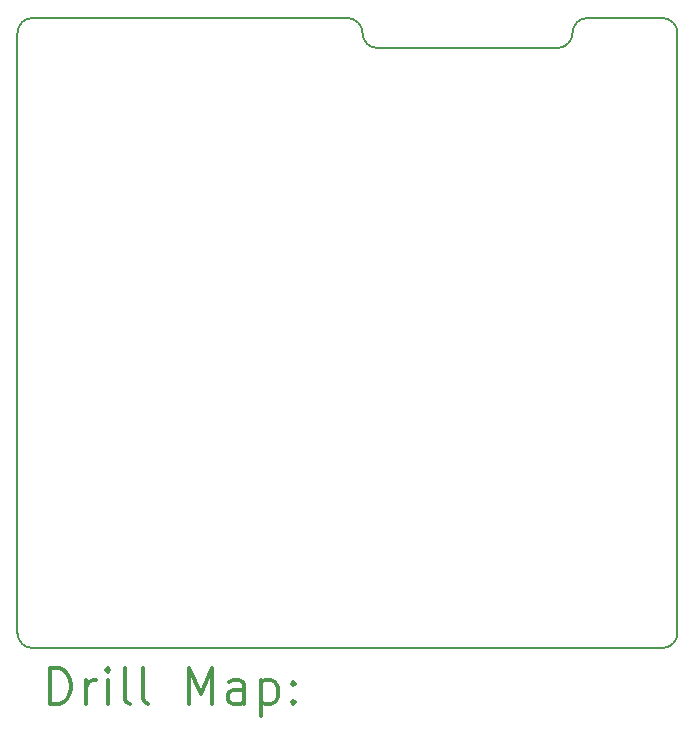
<source format=gbr>
%FSLAX45Y45*%
G04 Gerber Fmt 4.5, Leading zero omitted, Abs format (unit mm)*
G04 Created by KiCad (PCBNEW (5.0.2)-1) date 20.03.2019 19:27:39*
%MOMM*%
%LPD*%
G01*
G04 APERTURE LIST*
%ADD10C,0.150000*%
%ADD11C,0.200000*%
%ADD12C,0.300000*%
G04 APERTURE END LIST*
D10*
X17272000Y-5080000D02*
X17907000Y-5080000D01*
X17145000Y-5207000D02*
G75*
G02X17272000Y-5080000I127000J0D01*
G01*
X15240000Y-5080000D02*
G75*
G02X15367000Y-5207000I0J-127000D01*
G01*
X15494000Y-5334000D02*
G75*
G02X15367000Y-5207000I0J127000D01*
G01*
X17145000Y-5207000D02*
G75*
G02X17018000Y-5334000I-127000J0D01*
G01*
X15494000Y-5334000D02*
X17018000Y-5334000D01*
X18034000Y-10287000D02*
G75*
G02X17907000Y-10414000I-127000J0D01*
G01*
X12573000Y-10414000D02*
G75*
G02X12446000Y-10287000I0J127000D01*
G01*
X12446000Y-5207000D02*
G75*
G02X12573000Y-5080000I127000J0D01*
G01*
X17907000Y-5080000D02*
G75*
G02X18034000Y-5207000I0J-127000D01*
G01*
X15240000Y-5080000D02*
X12573000Y-5080000D01*
X18034000Y-10287000D02*
X18034000Y-5207000D01*
X12573000Y-10414000D02*
X17907000Y-10414000D01*
X12446000Y-5207000D02*
X12446000Y-10287000D01*
D11*
D12*
X12724928Y-10887214D02*
X12724928Y-10587214D01*
X12796357Y-10587214D01*
X12839214Y-10601500D01*
X12867786Y-10630072D01*
X12882071Y-10658643D01*
X12896357Y-10715786D01*
X12896357Y-10758643D01*
X12882071Y-10815786D01*
X12867786Y-10844357D01*
X12839214Y-10872929D01*
X12796357Y-10887214D01*
X12724928Y-10887214D01*
X13024928Y-10887214D02*
X13024928Y-10687214D01*
X13024928Y-10744357D02*
X13039214Y-10715786D01*
X13053500Y-10701500D01*
X13082071Y-10687214D01*
X13110643Y-10687214D01*
X13210643Y-10887214D02*
X13210643Y-10687214D01*
X13210643Y-10587214D02*
X13196357Y-10601500D01*
X13210643Y-10615786D01*
X13224928Y-10601500D01*
X13210643Y-10587214D01*
X13210643Y-10615786D01*
X13396357Y-10887214D02*
X13367786Y-10872929D01*
X13353500Y-10844357D01*
X13353500Y-10587214D01*
X13553500Y-10887214D02*
X13524928Y-10872929D01*
X13510643Y-10844357D01*
X13510643Y-10587214D01*
X13896357Y-10887214D02*
X13896357Y-10587214D01*
X13996357Y-10801500D01*
X14096357Y-10587214D01*
X14096357Y-10887214D01*
X14367786Y-10887214D02*
X14367786Y-10730072D01*
X14353500Y-10701500D01*
X14324928Y-10687214D01*
X14267786Y-10687214D01*
X14239214Y-10701500D01*
X14367786Y-10872929D02*
X14339214Y-10887214D01*
X14267786Y-10887214D01*
X14239214Y-10872929D01*
X14224928Y-10844357D01*
X14224928Y-10815786D01*
X14239214Y-10787214D01*
X14267786Y-10772929D01*
X14339214Y-10772929D01*
X14367786Y-10758643D01*
X14510643Y-10687214D02*
X14510643Y-10987214D01*
X14510643Y-10701500D02*
X14539214Y-10687214D01*
X14596357Y-10687214D01*
X14624928Y-10701500D01*
X14639214Y-10715786D01*
X14653500Y-10744357D01*
X14653500Y-10830072D01*
X14639214Y-10858643D01*
X14624928Y-10872929D01*
X14596357Y-10887214D01*
X14539214Y-10887214D01*
X14510643Y-10872929D01*
X14782071Y-10858643D02*
X14796357Y-10872929D01*
X14782071Y-10887214D01*
X14767786Y-10872929D01*
X14782071Y-10858643D01*
X14782071Y-10887214D01*
X14782071Y-10701500D02*
X14796357Y-10715786D01*
X14782071Y-10730072D01*
X14767786Y-10715786D01*
X14782071Y-10701500D01*
X14782071Y-10730072D01*
M02*

</source>
